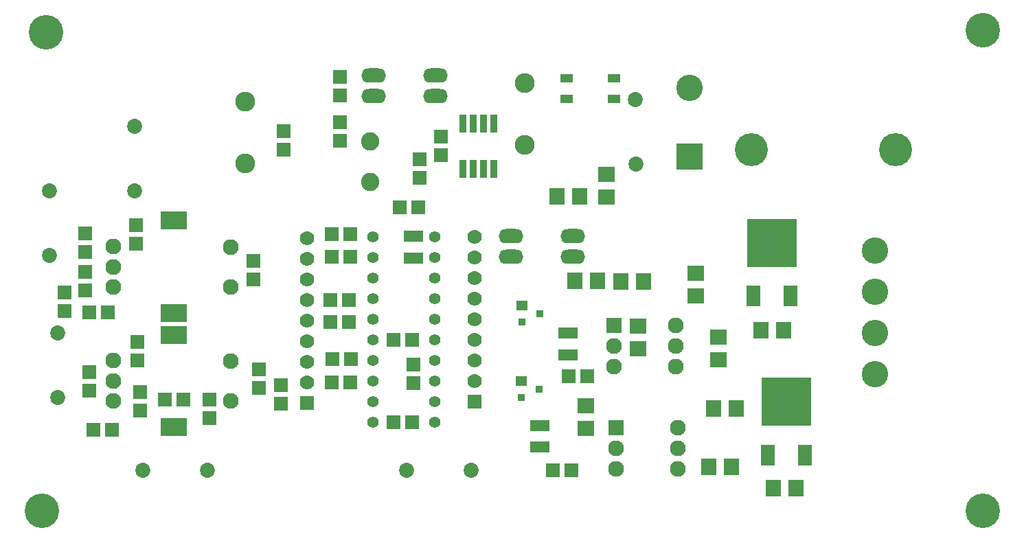
<source format=gbr>
%FSLAX35Y35*%
%MOIN*%
G04 EasyPC Gerber Version 18.0.8 Build 3632 *
%ADD28R,0.03500X0.09000*%
%ADD17R,0.06500X0.07000*%
%ADD21R,0.06900X0.10100*%
%ADD13R,0.07300X0.08090*%
%ADD74R,0.07000X0.07000*%
%ADD71R,0.07693X0.07693*%
%ADD24R,0.12811X0.12811*%
%ADD16C,0.05500*%
%ADD75C,0.07000*%
%ADD76C,0.07299*%
%ADD73C,0.07693*%
%ADD20C,0.07693*%
%ADD29C,0.08874*%
%ADD27C,0.09661*%
%ADD25C,0.12811*%
%ADD15C,0.12811*%
%ADD23C,0.16000*%
%ADD10C,0.16748*%
%ADD11O,0.12000X0.07000*%
%ADD18R,0.03362X0.03362*%
%ADD26R,0.06400X0.03900*%
%ADD19R,0.05800X0.05000*%
%ADD70R,0.09700X0.05600*%
%ADD12R,0.07000X0.06500*%
%ADD14R,0.08090X0.07300*%
%ADD72R,0.12811X0.08874*%
%ADD22R,0.24200X0.23200*%
X0Y0D02*
D02*
D10*
X12077Y9305D03*
X14045Y241589D03*
X468770Y9305D03*
Y242770D03*
D02*
D11*
X173100Y210722D03*
Y220722D03*
X203100Y210722D03*
Y220722D03*
X239951Y132533D03*
Y142533D03*
X269951Y132533D03*
Y142533D03*
D02*
D12*
X35136Y105762D03*
X37104Y48675D03*
X44136Y105762D03*
X46104Y48675D03*
X71750Y63242D03*
X80750D03*
X152065Y101037D03*
Y111667D03*
X152852Y71510D03*
Y132533D03*
Y143557D03*
X153246Y82927D03*
X161065Y101037D03*
Y111667D03*
X161852Y71510D03*
Y132533D03*
Y143557D03*
X162246Y82927D03*
X182774Y52219D03*
Y92376D03*
X185923Y156549D03*
X191774Y52219D03*
Y92376D03*
X194923Y156549D03*
X260333Y28990D03*
X267813Y74659D03*
X269333Y28990D03*
X276813Y74659D03*
D02*
D13*
X262089Y162061D03*
X270750Y121116D03*
X273089Y162061D03*
X281750Y121116D03*
X293191Y120722D03*
X304191D03*
X335711Y30565D03*
X338073Y58911D03*
X346711Y30565D03*
X349073Y58911D03*
X361301Y97100D03*
X367207Y20329D03*
X372301Y97100D03*
X378207Y20329D03*
D02*
D14*
X276250Y49474D03*
Y60474D03*
X286093Y161679D03*
Y172679D03*
X301447Y88057D03*
Y99057D03*
X329400Y113648D03*
Y124648D03*
X340423Y82545D03*
Y93545D03*
D02*
D15*
X416644Y75817D03*
Y95817D03*
Y115817D03*
Y135817D03*
D02*
D16*
X173022Y52376D03*
Y62376D03*
Y72376D03*
Y82376D03*
Y92376D03*
Y102376D03*
Y112376D03*
Y122376D03*
Y132376D03*
Y142376D03*
X203022Y52376D03*
Y62376D03*
Y72376D03*
Y82376D03*
Y92376D03*
Y102376D03*
Y112376D03*
Y122376D03*
Y132376D03*
Y142376D03*
D02*
D17*
X23100Y106380D03*
Y115380D03*
X33337Y116222D03*
Y125222D03*
Y135120D03*
Y144120D03*
X35305Y67797D03*
Y76797D03*
X57746Y139057D03*
Y148057D03*
X58533Y82364D03*
Y91364D03*
X59715Y57955D03*
Y66955D03*
X93573Y54411D03*
Y63411D03*
X114833Y121734D03*
Y130734D03*
X117589Y68978D03*
Y77978D03*
X128219Y61498D03*
Y70498D03*
X129400Y184726D03*
Y193726D03*
X156959Y189057D03*
Y198057D03*
Y211104D03*
Y220104D03*
X192392Y71341D03*
Y80341D03*
X195541Y170947D03*
Y179947D03*
X205778Y181970D03*
Y190970D03*
D02*
D18*
X244785Y64360D03*
X245178Y100974D03*
X253485Y68360D03*
X253878Y104974D03*
D02*
D19*
X244785Y72360D03*
X245178Y108974D03*
D02*
D70*
X192392Y131958D03*
Y142558D03*
X253809Y40226D03*
Y50826D03*
X267589Y85107D03*
Y95707D03*
D02*
D71*
X289951Y99384D03*
X290738Y49778D03*
D02*
D20*
X289951Y79384D03*
Y89384D03*
X290738Y29778D03*
Y39778D03*
X319951Y79384D03*
Y89384D03*
Y99384D03*
X320738Y29778D03*
Y39778D03*
Y49778D03*
D02*
D21*
X357648Y113692D03*
X364498Y36487D03*
X375640Y113692D03*
X382490Y36487D03*
D02*
D22*
X366644Y139392D03*
X373494Y62187D03*
D02*
D23*
X356644Y184817D03*
X426644D03*
D02*
D24*
X326644Y181352D03*
D02*
D25*
Y214817D03*
D02*
D26*
X266719Y209423D03*
Y219423D03*
X289719Y209423D03*
Y219423D03*
D02*
D27*
X110896Y178124D03*
Y208124D03*
X246644Y186864D03*
Y216864D03*
D02*
D28*
X216388Y175470D03*
Y197470D03*
X221388Y175470D03*
Y197470D03*
X226388Y175470D03*
Y197470D03*
X231388Y175470D03*
Y197470D03*
D02*
D29*
X171526Y169148D03*
Y188833D03*
D02*
D72*
X76250Y49955D03*
Y94738D03*
Y105467D03*
Y150250D03*
D02*
D73*
X46722Y62553D03*
Y72199D03*
Y82238D03*
Y118065D03*
Y127711D03*
Y137750D03*
X104006Y62553D03*
Y81844D03*
Y118065D03*
Y137356D03*
D02*
D74*
X140817Y61589D03*
X222313Y62376D03*
D02*
D75*
X140817Y71589D03*
Y81589D03*
Y91589D03*
Y101589D03*
Y111589D03*
Y121589D03*
Y131589D03*
Y141589D03*
X222313Y72376D03*
Y82376D03*
Y92376D03*
Y102376D03*
Y112376D03*
Y122376D03*
Y132376D03*
Y142376D03*
D02*
D76*
X15876Y164541D03*
X16014Y133321D03*
X19813Y95644D03*
X19951Y64423D03*
X57215Y196037D03*
X57352Y164817D03*
X61289Y28990D03*
X92510Y29128D03*
X189242Y28990D03*
X220463Y29128D03*
X300266Y208911D03*
X300404Y177691D03*
X0Y0D02*
M02*

</source>
